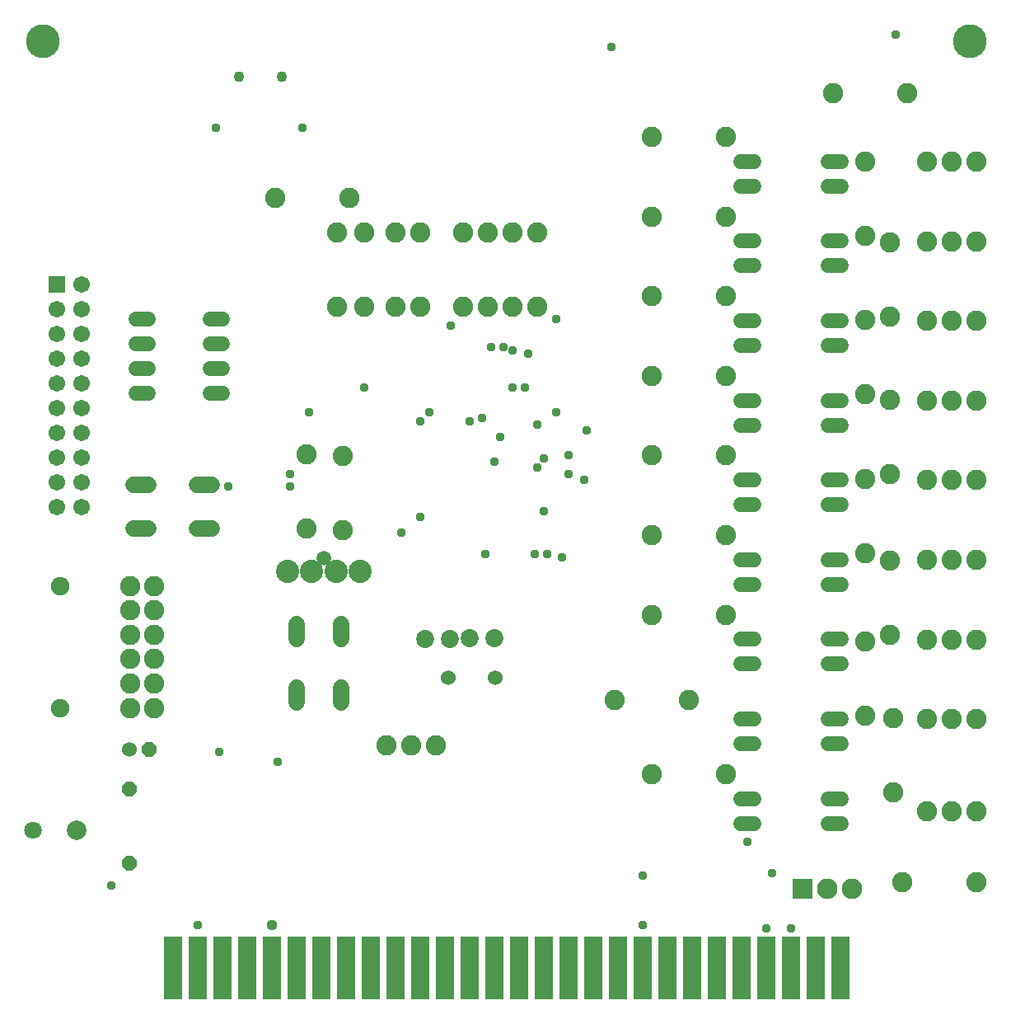
<source format=gbs>
G75*
%MOIN*%
%OFA0B0*%
%FSLAX25Y25*%
%IPPOS*%
%LPD*%
%AMOC8*
5,1,8,0,0,1.08239X$1,22.5*
%
%ADD10C,0.13650*%
%ADD11R,0.06737X0.06737*%
%ADD12C,0.06737*%
%ADD13C,0.04343*%
%ADD14R,0.07300X0.25800*%
%ADD15C,0.08182*%
%ADD16C,0.07493*%
%ADD17C,0.07099*%
%ADD18C,0.07887*%
%ADD19C,0.08200*%
%ADD20C,0.06000*%
%ADD21R,0.08300X0.08300*%
%ADD22C,0.08300*%
%ADD23C,0.06000*%
%ADD24C,0.06800*%
%ADD25C,0.07300*%
%ADD26C,0.09400*%
%ADD27C,0.05918*%
%ADD28OC8,0.06000*%
%ADD29C,0.04369*%
%ADD30C,0.03778*%
D10*
X0013800Y0392152D03*
X0388800Y0392152D03*
D11*
X0019309Y0293753D03*
D12*
X0029309Y0293753D03*
X0029309Y0283753D03*
X0029309Y0273753D03*
X0029309Y0263753D03*
X0029309Y0253753D03*
X0029309Y0243753D03*
X0029309Y0233753D03*
X0029309Y0223753D03*
X0029309Y0213753D03*
X0029309Y0203753D03*
X0019309Y0203753D03*
X0019309Y0213753D03*
X0019309Y0223753D03*
X0019309Y0233753D03*
X0019309Y0243753D03*
X0019309Y0253753D03*
X0019309Y0263753D03*
X0019309Y0273753D03*
X0019309Y0283753D03*
D13*
X0093124Y0377621D03*
X0110446Y0377621D03*
D14*
X0106494Y0017500D03*
X0116494Y0017500D03*
X0126494Y0017500D03*
X0136494Y0017500D03*
X0146494Y0017500D03*
X0156494Y0017500D03*
X0166494Y0017500D03*
X0176494Y0017500D03*
X0186494Y0017500D03*
X0196494Y0017500D03*
X0206494Y0017500D03*
X0216494Y0017500D03*
X0226494Y0017500D03*
X0236494Y0017500D03*
X0246494Y0017500D03*
X0256494Y0017500D03*
X0266494Y0017500D03*
X0276494Y0017500D03*
X0286494Y0017500D03*
X0296494Y0017500D03*
X0306494Y0017500D03*
X0316494Y0017500D03*
X0326494Y0017500D03*
X0336494Y0017500D03*
X0096494Y0017500D03*
X0086494Y0017500D03*
X0076494Y0017500D03*
X0066494Y0017500D03*
D15*
X0058819Y0122566D03*
X0058819Y0132409D03*
X0048976Y0132409D03*
X0048976Y0122566D03*
X0048976Y0142251D03*
X0058819Y0142251D03*
X0058819Y0152094D03*
X0058819Y0161936D03*
X0048976Y0161936D03*
X0048976Y0152094D03*
X0048976Y0171779D03*
X0058819Y0171779D03*
D16*
X0020708Y0171779D03*
X0020708Y0122566D03*
D17*
X0009624Y0072969D03*
D18*
X0027341Y0072969D03*
D19*
X0135065Y0194299D03*
X0120226Y0195233D03*
X0120226Y0225233D03*
X0135065Y0224299D03*
X0132550Y0284652D03*
X0143800Y0284652D03*
X0156300Y0284652D03*
X0166300Y0284652D03*
X0183800Y0284652D03*
X0193800Y0284652D03*
X0203800Y0284652D03*
X0213800Y0284652D03*
X0213800Y0314652D03*
X0203800Y0314652D03*
X0193800Y0314652D03*
X0183800Y0314652D03*
X0166300Y0314652D03*
X0156300Y0314652D03*
X0143800Y0314652D03*
X0132550Y0314652D03*
X0137678Y0328784D03*
X0107678Y0328784D03*
X0260050Y0321202D03*
X0290050Y0321202D03*
X0290050Y0353402D03*
X0260050Y0353402D03*
X0260050Y0289002D03*
X0290050Y0289002D03*
X0290050Y0256802D03*
X0260050Y0256802D03*
X0260050Y0224602D03*
X0290050Y0224602D03*
X0290050Y0192402D03*
X0260050Y0192402D03*
X0260050Y0160202D03*
X0290050Y0160202D03*
X0275050Y0125902D03*
X0245050Y0125902D03*
X0260050Y0095802D03*
X0290050Y0095802D03*
X0346300Y0119452D03*
X0357550Y0118402D03*
X0371300Y0118002D03*
X0381300Y0118002D03*
X0391300Y0118002D03*
X0391300Y0150202D03*
X0381300Y0150202D03*
X0371300Y0150202D03*
X0356300Y0152152D03*
X0346300Y0149452D03*
X0356300Y0182152D03*
X0346300Y0185102D03*
X0371300Y0182402D03*
X0381300Y0182402D03*
X0391300Y0182402D03*
X0391300Y0214602D03*
X0381300Y0214602D03*
X0371300Y0214602D03*
X0356300Y0217152D03*
X0346300Y0215102D03*
X0356300Y0247152D03*
X0346300Y0249502D03*
X0371300Y0246802D03*
X0381300Y0246802D03*
X0391300Y0246802D03*
X0391300Y0279002D03*
X0381300Y0279002D03*
X0371300Y0279002D03*
X0356300Y0280902D03*
X0346300Y0279502D03*
X0356300Y0310902D03*
X0346300Y0313402D03*
X0371300Y0311202D03*
X0381300Y0311202D03*
X0391300Y0311202D03*
X0391300Y0343402D03*
X0381300Y0343402D03*
X0371300Y0343402D03*
X0346300Y0343402D03*
X0333397Y0370917D03*
X0363397Y0370917D03*
X0172590Y0107354D03*
X0162590Y0107354D03*
X0152590Y0107354D03*
X0357550Y0088402D03*
X0371300Y0080802D03*
X0381300Y0080802D03*
X0391300Y0080802D03*
X0391300Y0052152D03*
X0361300Y0052152D03*
D20*
X0196691Y0134632D03*
X0177691Y0134632D03*
X0048550Y0105902D03*
D21*
X0320895Y0049427D03*
D22*
X0330895Y0049427D03*
X0340895Y0049427D03*
D23*
X0336500Y0075902D02*
X0331300Y0075902D01*
X0331300Y0085902D02*
X0336500Y0085902D01*
X0336500Y0108102D02*
X0331300Y0108102D01*
X0331300Y0118102D02*
X0336500Y0118102D01*
X0336500Y0140302D02*
X0331300Y0140302D01*
X0331300Y0150302D02*
X0336500Y0150302D01*
X0336500Y0172502D02*
X0331300Y0172502D01*
X0331300Y0182502D02*
X0336500Y0182502D01*
X0336500Y0204702D02*
X0331300Y0204702D01*
X0331300Y0214702D02*
X0336500Y0214702D01*
X0336500Y0236902D02*
X0331300Y0236902D01*
X0331300Y0246902D02*
X0336500Y0246902D01*
X0336500Y0269102D02*
X0331300Y0269102D01*
X0331300Y0279102D02*
X0336500Y0279102D01*
X0336500Y0301302D02*
X0331300Y0301302D01*
X0331300Y0311302D02*
X0336500Y0311302D01*
X0336500Y0333502D02*
X0331300Y0333502D01*
X0331300Y0343502D02*
X0336500Y0343502D01*
X0301300Y0343502D02*
X0296100Y0343502D01*
X0296100Y0333502D02*
X0301300Y0333502D01*
X0301300Y0311302D02*
X0296100Y0311302D01*
X0296100Y0301302D02*
X0301300Y0301302D01*
X0301300Y0279102D02*
X0296100Y0279102D01*
X0296100Y0269102D02*
X0301300Y0269102D01*
X0301300Y0246902D02*
X0296100Y0246902D01*
X0296100Y0236902D02*
X0301300Y0236902D01*
X0301300Y0214702D02*
X0296100Y0214702D01*
X0296100Y0204702D02*
X0301300Y0204702D01*
X0301300Y0182502D02*
X0296100Y0182502D01*
X0296100Y0172502D02*
X0301300Y0172502D01*
X0301300Y0150302D02*
X0296100Y0150302D01*
X0296100Y0140302D02*
X0301300Y0140302D01*
X0301300Y0118102D02*
X0296100Y0118102D01*
X0296100Y0108102D02*
X0301300Y0108102D01*
X0301300Y0085902D02*
X0296100Y0085902D01*
X0296100Y0075902D02*
X0301300Y0075902D01*
X0086400Y0249652D02*
X0081200Y0249652D01*
X0081200Y0259652D02*
X0086400Y0259652D01*
X0086400Y0269652D02*
X0081200Y0269652D01*
X0081200Y0279652D02*
X0086400Y0279652D01*
X0056400Y0279652D02*
X0051200Y0279652D01*
X0051200Y0269652D02*
X0056400Y0269652D01*
X0056400Y0259652D02*
X0051200Y0259652D01*
X0051200Y0249652D02*
X0056400Y0249652D01*
D24*
X0056296Y0212777D02*
X0050296Y0212777D01*
X0050296Y0194977D02*
X0056296Y0194977D01*
X0075896Y0194977D02*
X0081896Y0194977D01*
X0081896Y0212777D02*
X0075896Y0212777D01*
X0116424Y0156409D02*
X0116424Y0150409D01*
X0134224Y0150409D02*
X0134224Y0156409D01*
X0134224Y0130809D02*
X0134224Y0124809D01*
X0116424Y0124809D02*
X0116424Y0130809D01*
D25*
X0168233Y0150483D03*
X0178233Y0150483D03*
X0186313Y0150745D03*
X0196313Y0150745D03*
D26*
X0142028Y0177802D03*
X0132186Y0177802D03*
X0122343Y0177802D03*
X0112501Y0177802D03*
D27*
X0127265Y0183077D03*
D28*
X0056550Y0105902D03*
X0048800Y0089652D03*
X0048800Y0059652D03*
D29*
X0106300Y0034652D03*
D30*
X0041300Y0050902D03*
X0076300Y0034652D03*
X0108800Y0100902D03*
X0085050Y0104652D03*
X0158800Y0193402D03*
X0166300Y0199652D03*
X0192550Y0184652D03*
X0212550Y0184652D03*
X0217550Y0184652D03*
X0223800Y0183402D03*
X0216300Y0202152D03*
X0226300Y0217152D03*
X0232550Y0214652D03*
X0226300Y0224652D03*
X0233800Y0234652D03*
X0221300Y0242152D03*
X0213800Y0237152D03*
X0216300Y0223402D03*
X0213800Y0219652D03*
X0198800Y0232152D03*
X0191300Y0239652D03*
X0186300Y0238402D03*
X0170050Y0242152D03*
X0166300Y0238402D03*
X0143800Y0252152D03*
X0121300Y0242152D03*
X0113800Y0217152D03*
X0113800Y0212152D03*
X0088800Y0212152D03*
X0178800Y0277152D03*
X0195050Y0268402D03*
X0200050Y0268402D03*
X0203800Y0267152D03*
X0210050Y0265902D03*
X0208800Y0252152D03*
X0203800Y0252152D03*
X0221300Y0279652D03*
X0196300Y0222152D03*
X0118800Y0357152D03*
X0083800Y0357152D03*
X0243800Y0389652D03*
X0358800Y0394652D03*
X0298800Y0068402D03*
X0308800Y0055902D03*
X0306300Y0033402D03*
X0316300Y0033402D03*
X0256300Y0034652D03*
X0256300Y0054652D03*
M02*

</source>
